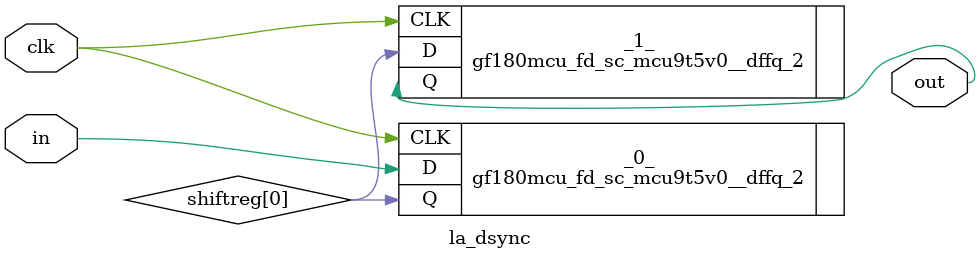
<source format=v>

/* Generated by Yosys 0.37 (git sha1 a5c7f69ed, clang 14.0.0-1ubuntu1.1 -fPIC -Os) */

module la_dsync(clk, in, out);
  input clk;
  wire clk;
  input in;
  wire in;
  output out;
  wire out;
  wire \shiftreg[0] ;
  gf180mcu_fd_sc_mcu9t5v0__dffq_2 _0_ (
    .CLK(clk),
    .D(in),
    .Q(\shiftreg[0] )
  );
  gf180mcu_fd_sc_mcu9t5v0__dffq_2 _1_ (
    .CLK(clk),
    .D(\shiftreg[0] ),
    .Q(out)
  );
endmodule

</source>
